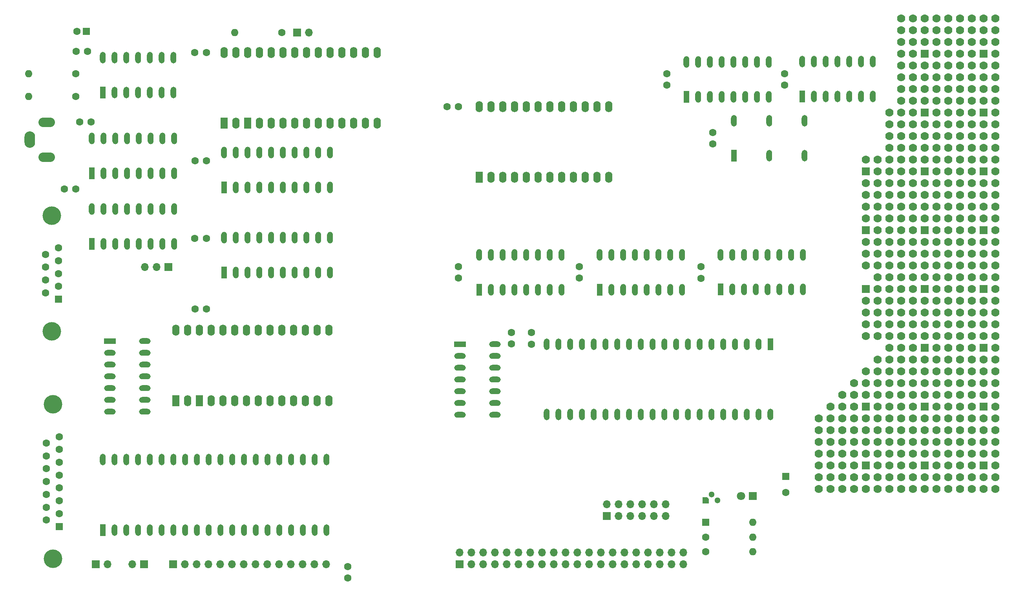
<source format=gts>
G04 #@! TF.GenerationSoftware,KiCad,Pcbnew,(7.99.0-363-gaf7eb36925)*
G04 #@! TF.CreationDate,2023-03-17T22:26:00-06:00*
G04 #@! TF.ProjectId,FennecVTI,46656e6e-6563-4565-9449-2e6b69636164,rev?*
G04 #@! TF.SameCoordinates,Original*
G04 #@! TF.FileFunction,Soldermask,Top*
G04 #@! TF.FilePolarity,Negative*
%FSLAX46Y46*%
G04 Gerber Fmt 4.6, Leading zero omitted, Abs format (unit mm)*
G04 Created by KiCad (PCBNEW (7.99.0-363-gaf7eb36925)) date 2023-03-17 22:26:00*
%MOMM*%
%LPD*%
G01*
G04 APERTURE LIST*
G04 Aperture macros list*
%AMOutline5P*
0 Free polygon, 5 corners , with rotation*
0 The origin of the aperture is its center*
0 number of corners: always 5*
0 $1 to $10 corner X, Y*
0 $11 Rotation angle, in degrees counterclockwise*
0 create outline with 5 corners*
4,1,5,$1,$2,$3,$4,$5,$6,$7,$8,$9,$10,$1,$2,$11*%
%AMOutline6P*
0 Free polygon, 6 corners , with rotation*
0 The origin of the aperture is its center*
0 number of corners: always 6*
0 $1 to $12 corner X, Y*
0 $13 Rotation angle, in degrees counterclockwise*
0 create outline with 6 corners*
4,1,6,$1,$2,$3,$4,$5,$6,$7,$8,$9,$10,$11,$12,$1,$2,$13*%
%AMOutline7P*
0 Free polygon, 7 corners , with rotation*
0 The origin of the aperture is its center*
0 number of corners: always 7*
0 $1 to $14 corner X, Y*
0 $15 Rotation angle, in degrees counterclockwise*
0 create outline with 7 corners*
4,1,7,$1,$2,$3,$4,$5,$6,$7,$8,$9,$10,$11,$12,$13,$14,$1,$2,$15*%
%AMOutline8P*
0 Free polygon, 8 corners , with rotation*
0 The origin of the aperture is its center*
0 number of corners: always 8*
0 $1 to $16 corner X, Y*
0 $17 Rotation angle, in degrees counterclockwise*
0 create outline with 8 corners*
4,1,8,$1,$2,$3,$4,$5,$6,$7,$8,$9,$10,$11,$12,$13,$14,$15,$16,$1,$2,$17*%
G04 Aperture macros list end*
%ADD10Outline5P,-0.650000X0.650000X0.325000X0.650000X0.650000X0.325000X0.650000X-0.650000X-0.650000X-0.650000X0.000000*%
%ADD11C,1.300000*%
%ADD12O,1.600000X2.400000*%
%ADD13R,1.600000X2.400000*%
%ADD14R,1.700000X1.700000*%
%ADD15O,1.700000X1.700000*%
%ADD16R,1.778000X1.778000*%
%ADD17C,1.778000*%
%ADD18C,4.000000*%
%ADD19R,1.600000X1.600000*%
%ADD20C,1.600000*%
%ADD21R,1.270000X2.540000*%
%ADD22O,1.270000X2.540000*%
%ADD23R,1.270000X2.500000*%
%ADD24O,1.270000X2.500000*%
%ADD25O,1.600000X1.600000*%
%ADD26R,2.500000X1.270000*%
%ADD27O,2.500000X1.270000*%
%ADD28R,1.800000X1.800000*%
%ADD29C,1.800000*%
%ADD30O,3.556000X2.032000*%
%ADD31O,2.286000X3.556000*%
G04 APERTURE END LIST*
D10*
X187706000Y-134091000D03*
D11*
X188976000Y-132821000D03*
X190246000Y-134091000D03*
D12*
X73406000Y-97282000D03*
X75946000Y-97282000D03*
X78486000Y-97282000D03*
X81026000Y-97282000D03*
X83566000Y-97282000D03*
X86106000Y-97282000D03*
X88646000Y-97282000D03*
X91186000Y-97282000D03*
X93726000Y-97282000D03*
X96266000Y-97282000D03*
X98806000Y-97282000D03*
X101346000Y-97282000D03*
X103886000Y-97282000D03*
X106426000Y-97282000D03*
X106426000Y-112522000D03*
X103886000Y-112522000D03*
X101346000Y-112522000D03*
X98806000Y-112522000D03*
X96266000Y-112522000D03*
X93726000Y-112522000D03*
X91186000Y-112522000D03*
X88646000Y-112522000D03*
X86106000Y-112522000D03*
X83566000Y-112522000D03*
X81026000Y-112522000D03*
D13*
X78486000Y-112522000D03*
D12*
X75946000Y-112522000D03*
D13*
X73406000Y-112522000D03*
X78486000Y-112527000D03*
D12*
X81026000Y-112527000D03*
X83566000Y-112527000D03*
X86106000Y-112527000D03*
X88646000Y-112527000D03*
X91186000Y-112527000D03*
X93726000Y-112527000D03*
X96266000Y-112527000D03*
X98806000Y-112527000D03*
X101346000Y-112527000D03*
X103886000Y-112527000D03*
X106426000Y-112527000D03*
X106426000Y-97287000D03*
X103886000Y-97287000D03*
X101346000Y-97287000D03*
X98806000Y-97287000D03*
X96266000Y-97287000D03*
X93726000Y-97287000D03*
X91186000Y-97287000D03*
X88646000Y-97287000D03*
X86106000Y-97287000D03*
X83566000Y-97287000D03*
X81026000Y-97287000D03*
X78486000Y-97287000D03*
D14*
X72771000Y-147828000D03*
D15*
X75311000Y-147828000D03*
X77851000Y-147828000D03*
X80391000Y-147828000D03*
X82931000Y-147828000D03*
X85471000Y-147828000D03*
X88011000Y-147828000D03*
X90551000Y-147828000D03*
X93091000Y-147828000D03*
X95631000Y-147828000D03*
X98171000Y-147828000D03*
X100711000Y-147828000D03*
X103251000Y-147828000D03*
X105791000Y-147828000D03*
D16*
X247650000Y-50292000D03*
D17*
X247650000Y-52832000D03*
X247650000Y-55372000D03*
X247650000Y-57912000D03*
X247650000Y-60452000D03*
X250190000Y-50292000D03*
X250190000Y-52832000D03*
X250190000Y-55372000D03*
X250190000Y-57912000D03*
X250190000Y-60452000D03*
X229870000Y-29972000D03*
X229870000Y-32512000D03*
X229870000Y-35052000D03*
X232410000Y-29972000D03*
X232410000Y-32512000D03*
X232410000Y-35052000D03*
D18*
X46650331Y-72600000D03*
X46650331Y-97600000D03*
D19*
X48070331Y-90640000D03*
D20*
X48070331Y-87870000D03*
X48070331Y-85100000D03*
X48070331Y-82330000D03*
X48070331Y-79560000D03*
X45230331Y-89255000D03*
X45230331Y-86485000D03*
X45230331Y-83715000D03*
X45230331Y-80945000D03*
D16*
X234950000Y-113792000D03*
D17*
X234950000Y-116332000D03*
X234950000Y-118872000D03*
X234950000Y-121412000D03*
X234950000Y-123952000D03*
X237490000Y-113792000D03*
X237490000Y-116332000D03*
X237490000Y-118872000D03*
X237490000Y-121412000D03*
X237490000Y-123952000D03*
X240030000Y-113792000D03*
X240030000Y-116332000D03*
X240030000Y-118872000D03*
X240030000Y-121412000D03*
X240030000Y-123952000D03*
X242570000Y-113792000D03*
X242570000Y-116332000D03*
X242570000Y-118872000D03*
X242570000Y-121412000D03*
X242570000Y-123952000D03*
X245110000Y-113792000D03*
X245110000Y-116332000D03*
X245110000Y-118872000D03*
X245110000Y-121412000D03*
X245110000Y-123952000D03*
D16*
X247650000Y-101092000D03*
D17*
X247650000Y-103632000D03*
X247650000Y-106172000D03*
X247650000Y-108712000D03*
X247650000Y-111252000D03*
X250190000Y-101092000D03*
X250190000Y-103632000D03*
X250190000Y-106172000D03*
X250190000Y-108712000D03*
X250190000Y-111252000D03*
X212090000Y-116332000D03*
X212090000Y-118872000D03*
X212090000Y-121412000D03*
X212090000Y-123952000D03*
X214630000Y-113792000D03*
X214630000Y-116332000D03*
X214630000Y-118872000D03*
X214630000Y-121412000D03*
X214630000Y-123952000D03*
X217170000Y-113792000D03*
X217170000Y-116332000D03*
X217170000Y-118872000D03*
X217170000Y-121412000D03*
X217170000Y-123952000D03*
X219710000Y-113792000D03*
X219710000Y-116332000D03*
X219710000Y-118872000D03*
X219710000Y-121412000D03*
X219710000Y-123952000D03*
D20*
X186690000Y-83606000D03*
X186690000Y-86106000D03*
D17*
X229870000Y-37592000D03*
X229870000Y-40132000D03*
X229870000Y-42672000D03*
X229870000Y-45212000D03*
X229870000Y-47752000D03*
X232410000Y-37592000D03*
X232410000Y-40132000D03*
X232410000Y-42672000D03*
X232410000Y-45212000D03*
X232410000Y-47752000D03*
D16*
X222250000Y-62992000D03*
D17*
X222250000Y-65532000D03*
X222250000Y-68072000D03*
X222250000Y-70612000D03*
X222250000Y-73152000D03*
X224790000Y-62992000D03*
X224790000Y-65532000D03*
X224790000Y-68072000D03*
X224790000Y-70612000D03*
X224790000Y-73152000D03*
X227330000Y-62992000D03*
X227330000Y-65532000D03*
X227330000Y-68072000D03*
X227330000Y-70612000D03*
X227330000Y-73152000D03*
X229870000Y-62992000D03*
X229870000Y-65532000D03*
X229870000Y-68072000D03*
X229870000Y-70612000D03*
X229870000Y-73152000D03*
X232410000Y-62992000D03*
X232410000Y-65532000D03*
X232410000Y-68072000D03*
X232410000Y-70612000D03*
X232410000Y-73152000D03*
D21*
X83820000Y-66498000D03*
D22*
X86360000Y-66498000D03*
X88900000Y-66498000D03*
X91440000Y-66498000D03*
X93980000Y-66498000D03*
X96520000Y-66498000D03*
X99060000Y-66498000D03*
X101600000Y-66498000D03*
X104140000Y-66498000D03*
X106680000Y-66498000D03*
X106680000Y-58978000D03*
X104140000Y-58978000D03*
X101600000Y-58978000D03*
X99060000Y-58978000D03*
X96520000Y-58978000D03*
X93980000Y-58978000D03*
X91440000Y-58978000D03*
X88900000Y-58978000D03*
X86360000Y-58978000D03*
X83820000Y-58978000D03*
D23*
X193802000Y-59640000D03*
D24*
X201422000Y-59640000D03*
X209042000Y-59640000D03*
X201422000Y-52120000D03*
X209042000Y-52120000D03*
X193802000Y-52120000D03*
D16*
X234950000Y-88392000D03*
D17*
X234950000Y-90932000D03*
X234950000Y-93472000D03*
X234950000Y-96012000D03*
X234950000Y-98552000D03*
X237490000Y-88392000D03*
X237490000Y-90932000D03*
X237490000Y-93472000D03*
X237490000Y-96012000D03*
X237490000Y-98552000D03*
X240030000Y-88392000D03*
X240030000Y-90932000D03*
X240030000Y-93472000D03*
X240030000Y-96012000D03*
X240030000Y-98552000D03*
X242570000Y-88392000D03*
X242570000Y-90932000D03*
X242570000Y-93472000D03*
X242570000Y-96012000D03*
X242570000Y-98552000D03*
X245110000Y-88392000D03*
X245110000Y-90932000D03*
X245110000Y-93472000D03*
X245110000Y-96012000D03*
X245110000Y-98552000D03*
D21*
X83820000Y-84836000D03*
D22*
X86360000Y-84836000D03*
X88900000Y-84836000D03*
X91440000Y-84836000D03*
X93980000Y-84836000D03*
X96520000Y-84836000D03*
X99060000Y-84836000D03*
X101600000Y-84836000D03*
X104140000Y-84836000D03*
X106680000Y-84836000D03*
X106680000Y-77316000D03*
X104140000Y-77316000D03*
X101600000Y-77316000D03*
X99060000Y-77316000D03*
X96520000Y-77316000D03*
X93980000Y-77316000D03*
X91440000Y-77316000D03*
X88900000Y-77316000D03*
X86360000Y-77316000D03*
X83820000Y-77316000D03*
D23*
X201676000Y-100350000D03*
D24*
X199136000Y-100350000D03*
X196596000Y-100350000D03*
X194056000Y-100350000D03*
X191516000Y-100350000D03*
X188976000Y-100350000D03*
X186436000Y-100350000D03*
X183896000Y-100350000D03*
X181356000Y-100350000D03*
X178816000Y-100350000D03*
X176276000Y-100350000D03*
X173736000Y-100350000D03*
X171196000Y-100350000D03*
X168656000Y-100350000D03*
X166116000Y-100350000D03*
X163576000Y-100350000D03*
X161036000Y-100350000D03*
X158496000Y-100350000D03*
X155956000Y-100350000D03*
X153416000Y-100350000D03*
X153416000Y-115550000D03*
X155956000Y-115550000D03*
X158496000Y-115550000D03*
X161036000Y-115550000D03*
X163576000Y-115550000D03*
X166116000Y-115550000D03*
X168656000Y-115550000D03*
X171196000Y-115550000D03*
X173736000Y-115550000D03*
X176276000Y-115550000D03*
X178816000Y-115550000D03*
X181356000Y-115550000D03*
X183896000Y-115550000D03*
X186436000Y-115550000D03*
X188976000Y-115550000D03*
X191516000Y-115550000D03*
X194056000Y-115550000D03*
X196596000Y-115550000D03*
X199136000Y-115550000D03*
X201676000Y-115550000D03*
D20*
X187706000Y-141986000D03*
D25*
X197866000Y-141986000D03*
D20*
X51816000Y-41910000D03*
D25*
X41656000Y-41910000D03*
D16*
X222250000Y-88392000D03*
D17*
X222250000Y-90932000D03*
X222250000Y-93472000D03*
X222250000Y-96012000D03*
X222250000Y-98552000D03*
X224790000Y-88392000D03*
X224790000Y-90932000D03*
X224790000Y-93472000D03*
X224790000Y-96012000D03*
X224790000Y-98552000D03*
X227330000Y-88392000D03*
X227330000Y-90932000D03*
X227330000Y-93472000D03*
X227330000Y-96012000D03*
X227330000Y-98552000D03*
X229870000Y-88392000D03*
X229870000Y-90932000D03*
X229870000Y-93472000D03*
X229870000Y-96012000D03*
X229870000Y-98552000D03*
X232410000Y-88392000D03*
X232410000Y-90932000D03*
X232410000Y-93472000D03*
X232410000Y-96012000D03*
X232410000Y-98552000D03*
D20*
X96266000Y-33020000D03*
D25*
X86106000Y-33020000D03*
D19*
X204978000Y-128903349D03*
D20*
X204978000Y-132403349D03*
D13*
X88895000Y-52578000D03*
D12*
X91435000Y-52578000D03*
X93975000Y-52578000D03*
X96515000Y-52578000D03*
X99055000Y-52578000D03*
X101595000Y-52578000D03*
X104135000Y-52578000D03*
X106675000Y-52578000D03*
X109215000Y-52578000D03*
X111755000Y-52578000D03*
X114295000Y-52578000D03*
X116835000Y-52578000D03*
X116835000Y-37338000D03*
X114295000Y-37338000D03*
X111755000Y-37338000D03*
X109215000Y-37338000D03*
X106675000Y-37338000D03*
X104135000Y-37338000D03*
X101595000Y-37338000D03*
X99055000Y-37338000D03*
X96515000Y-37338000D03*
X93975000Y-37338000D03*
X91435000Y-37338000D03*
X88895000Y-37338000D03*
D20*
X79990000Y-60706000D03*
X77490000Y-60706000D03*
X54336000Y-37084000D03*
X51836000Y-37084000D03*
D16*
X234950000Y-101092000D03*
D17*
X234950000Y-103632000D03*
X234950000Y-106172000D03*
X234950000Y-108712000D03*
X234950000Y-111252000D03*
X237490000Y-101092000D03*
X237490000Y-103632000D03*
X237490000Y-106172000D03*
X237490000Y-108712000D03*
X237490000Y-111252000D03*
X240030000Y-101092000D03*
X240030000Y-103632000D03*
X240030000Y-106172000D03*
X240030000Y-108712000D03*
X240030000Y-111252000D03*
X242570000Y-101092000D03*
X242570000Y-103632000D03*
X242570000Y-106172000D03*
X242570000Y-108712000D03*
X242570000Y-111252000D03*
X245110000Y-101092000D03*
X245110000Y-103632000D03*
X245110000Y-106172000D03*
X245110000Y-108712000D03*
X245110000Y-111252000D03*
D14*
X71740000Y-83693000D03*
D15*
X69200000Y-83693000D03*
X66660000Y-83693000D03*
D26*
X134670000Y-100330000D03*
D27*
X134670000Y-102870000D03*
X134670000Y-105410000D03*
X134670000Y-107950000D03*
X134670000Y-110490000D03*
X134670000Y-113030000D03*
X134670000Y-115570000D03*
X142190000Y-115570000D03*
X142190000Y-113030000D03*
X142190000Y-110490000D03*
X142190000Y-107950000D03*
X142190000Y-105410000D03*
X142190000Y-102870000D03*
X142190000Y-100330000D03*
D16*
X247650000Y-62992000D03*
D17*
X247650000Y-65532000D03*
X247650000Y-68072000D03*
X247650000Y-70612000D03*
X247650000Y-73152000D03*
X250190000Y-62992000D03*
X250190000Y-65532000D03*
X250190000Y-68072000D03*
X250190000Y-70612000D03*
X250190000Y-73152000D03*
D21*
X190881000Y-88546000D03*
D22*
X193421000Y-88546000D03*
X195961000Y-88546000D03*
X198501000Y-88546000D03*
X201041000Y-88546000D03*
X203581000Y-88546000D03*
X206121000Y-88546000D03*
X208661000Y-88546000D03*
X208661000Y-81026000D03*
X206121000Y-81026000D03*
X203581000Y-81026000D03*
X201041000Y-81026000D03*
X198501000Y-81026000D03*
X195961000Y-81026000D03*
X193421000Y-81026000D03*
X190881000Y-81026000D03*
D16*
X247650000Y-75692000D03*
D17*
X247650000Y-78232000D03*
X247650000Y-80772000D03*
X247650000Y-83312000D03*
X247650000Y-85852000D03*
X250190000Y-75692000D03*
X250190000Y-78232000D03*
X250190000Y-80772000D03*
X250190000Y-83312000D03*
X250190000Y-85852000D03*
D14*
X166370000Y-137414000D03*
D15*
X166370000Y-134874000D03*
X168910000Y-137414000D03*
X168910000Y-134874000D03*
X171450000Y-137414000D03*
X171450000Y-134874000D03*
X173990000Y-137414000D03*
X173990000Y-134874000D03*
X176530000Y-137414000D03*
X176530000Y-134874000D03*
X179070000Y-137414000D03*
X179070000Y-134874000D03*
D28*
X197871000Y-133096000D03*
D29*
X195331000Y-133096000D03*
D20*
X110490000Y-148356000D03*
X110490000Y-150856000D03*
D18*
X46840000Y-113355000D03*
X46840000Y-146655000D03*
D19*
X48260000Y-139700000D03*
D20*
X48260000Y-136930000D03*
X48260000Y-134160000D03*
X48260000Y-131390000D03*
X48260000Y-128620000D03*
X48260000Y-125850000D03*
X48260000Y-123080000D03*
X48260000Y-120310000D03*
X45420000Y-138315000D03*
X45420000Y-135545000D03*
X45420000Y-132775000D03*
X45420000Y-130005000D03*
X45420000Y-127235000D03*
X45420000Y-124465000D03*
X45420000Y-121695000D03*
X79970000Y-77470000D03*
X77470000Y-77470000D03*
D23*
X57658000Y-45974000D03*
D24*
X60198000Y-45974000D03*
X62738000Y-45974000D03*
X65278000Y-45974000D03*
X67818000Y-45974000D03*
X70358000Y-45974000D03*
X72898000Y-45974000D03*
X72898000Y-38454000D03*
X70358000Y-38454000D03*
X67818000Y-38454000D03*
X65278000Y-38454000D03*
X62738000Y-38454000D03*
X60198000Y-38454000D03*
X57658000Y-38454000D03*
D17*
X217170000Y-111252000D03*
X219710000Y-108712000D03*
X219710000Y-111252000D03*
D16*
X234950000Y-126492000D03*
D17*
X234950000Y-129032000D03*
X234950000Y-131572000D03*
X237490000Y-126492000D03*
X237490000Y-129032000D03*
X237490000Y-131572000D03*
X240030000Y-126492000D03*
X240030000Y-129032000D03*
X240030000Y-131572000D03*
X242570000Y-126492000D03*
X242570000Y-129032000D03*
X242570000Y-131572000D03*
X245110000Y-126492000D03*
X245110000Y-129032000D03*
X245110000Y-131572000D03*
D20*
X204724000Y-41914000D03*
X204724000Y-44414000D03*
X134366000Y-83566000D03*
X134366000Y-86066000D03*
D23*
X57658000Y-140462000D03*
D24*
X60198000Y-140462000D03*
X62738000Y-140462000D03*
X65278000Y-140462000D03*
X67818000Y-140462000D03*
X70358000Y-140462000D03*
X72898000Y-140462000D03*
X75438000Y-140462000D03*
X77978000Y-140462000D03*
X80518000Y-140462000D03*
X83058000Y-140462000D03*
X85598000Y-140462000D03*
X88138000Y-140462000D03*
X90678000Y-140462000D03*
X93218000Y-140462000D03*
X95758000Y-140462000D03*
X98298000Y-140462000D03*
X100838000Y-140462000D03*
X103378000Y-140462000D03*
X105918000Y-140462000D03*
X105918000Y-125262000D03*
X103378000Y-125262000D03*
X100838000Y-125262000D03*
X98298000Y-125262000D03*
X95758000Y-125262000D03*
X93218000Y-125262000D03*
X90678000Y-125262000D03*
X88138000Y-125262000D03*
X85598000Y-125262000D03*
X83058000Y-125262000D03*
X80518000Y-125262000D03*
X77978000Y-125262000D03*
X75438000Y-125262000D03*
X72898000Y-125262000D03*
X70358000Y-125262000D03*
X67818000Y-125262000D03*
X65278000Y-125262000D03*
X62738000Y-125262000D03*
X60198000Y-125262000D03*
X57658000Y-125262000D03*
D19*
X187706000Y-138811000D03*
D25*
X197866000Y-138811000D03*
D14*
X56129000Y-147828000D03*
D15*
X58669000Y-147828000D03*
D14*
X99568000Y-33020000D03*
D15*
X102108000Y-33020000D03*
D20*
X160401000Y-83566000D03*
X160401000Y-86066000D03*
D21*
X138811000Y-88596000D03*
D22*
X141351000Y-88596000D03*
X143891000Y-88596000D03*
X146431000Y-88596000D03*
X148971000Y-88596000D03*
X151511000Y-88596000D03*
X154051000Y-88596000D03*
X156591000Y-88596000D03*
X156591000Y-81076000D03*
X154051000Y-81076000D03*
X151511000Y-81076000D03*
X148971000Y-81076000D03*
X146431000Y-81076000D03*
X143891000Y-81076000D03*
X141351000Y-81076000D03*
X138811000Y-81076000D03*
D20*
X145796000Y-100310000D03*
X145796000Y-97810000D03*
D14*
X66548000Y-147828000D03*
D15*
X64008000Y-147828000D03*
D20*
X187706000Y-145161000D03*
D25*
X197866000Y-145161000D03*
D13*
X138811000Y-64262000D03*
D12*
X141351000Y-64262000D03*
X143891000Y-64262000D03*
X146431000Y-64262000D03*
X148971000Y-64262000D03*
X151511000Y-64262000D03*
X154051000Y-64262000D03*
X156591000Y-64262000D03*
X159131000Y-64262000D03*
X161671000Y-64262000D03*
X164211000Y-64262000D03*
X166751000Y-64262000D03*
X166751000Y-49022000D03*
X164211000Y-49022000D03*
X161671000Y-49022000D03*
X159131000Y-49022000D03*
X156591000Y-49022000D03*
X154051000Y-49022000D03*
X151511000Y-49022000D03*
X148971000Y-49022000D03*
X146431000Y-49022000D03*
X143891000Y-49022000D03*
X141351000Y-49022000D03*
X138811000Y-49022000D03*
D16*
X222250000Y-126492000D03*
D17*
X222250000Y-129032000D03*
X222250000Y-131572000D03*
X224790000Y-126492000D03*
X224790000Y-129032000D03*
X224790000Y-131572000D03*
X227330000Y-126492000D03*
X227330000Y-129032000D03*
X227330000Y-131572000D03*
X229870000Y-126492000D03*
X229870000Y-129032000D03*
X229870000Y-131572000D03*
X232410000Y-126492000D03*
X232410000Y-129032000D03*
X232410000Y-131572000D03*
D21*
X164846000Y-88596000D03*
D22*
X167386000Y-88596000D03*
X169926000Y-88596000D03*
X172466000Y-88596000D03*
X175006000Y-88596000D03*
X177546000Y-88596000D03*
X180086000Y-88596000D03*
X182626000Y-88596000D03*
X182626000Y-81076000D03*
X180086000Y-81076000D03*
X177546000Y-81076000D03*
X175006000Y-81076000D03*
X172466000Y-81076000D03*
X169926000Y-81076000D03*
X167386000Y-81076000D03*
X164846000Y-81076000D03*
D20*
X80010000Y-92710000D03*
X77510000Y-92710000D03*
D16*
X234950000Y-75692000D03*
D17*
X234950000Y-78232000D03*
X234950000Y-80772000D03*
X234950000Y-83312000D03*
X234950000Y-85852000D03*
X237490000Y-75692000D03*
X237490000Y-78232000D03*
X237490000Y-80772000D03*
X237490000Y-83312000D03*
X237490000Y-85852000D03*
X240030000Y-75692000D03*
X240030000Y-78232000D03*
X240030000Y-80772000D03*
X240030000Y-83312000D03*
X240030000Y-85852000D03*
X242570000Y-75692000D03*
X242570000Y-78232000D03*
X242570000Y-80772000D03*
X242570000Y-83312000D03*
X242570000Y-85852000D03*
X245110000Y-75692000D03*
X245110000Y-78232000D03*
X245110000Y-80772000D03*
X245110000Y-83312000D03*
X245110000Y-85852000D03*
D20*
X189230000Y-54630000D03*
X189230000Y-57130000D03*
D16*
X234950000Y-50292000D03*
D17*
X234950000Y-52832000D03*
X234950000Y-55372000D03*
X234950000Y-57912000D03*
X234950000Y-60452000D03*
X237490000Y-50292000D03*
X237490000Y-52832000D03*
X237490000Y-55372000D03*
X237490000Y-57912000D03*
X237490000Y-60452000D03*
X240030000Y-50292000D03*
X240030000Y-52832000D03*
X240030000Y-55372000D03*
X240030000Y-57912000D03*
X240030000Y-60452000D03*
X242570000Y-50292000D03*
X242570000Y-52832000D03*
X242570000Y-55372000D03*
X242570000Y-57912000D03*
X242570000Y-60452000D03*
X245110000Y-50292000D03*
X245110000Y-52832000D03*
X245110000Y-55372000D03*
X245110000Y-57912000D03*
X245110000Y-60452000D03*
X212090000Y-126492000D03*
X212090000Y-129032000D03*
X212090000Y-131572000D03*
X214630000Y-126492000D03*
X214630000Y-129032000D03*
X214630000Y-131572000D03*
X217170000Y-126492000D03*
X217170000Y-129032000D03*
X217170000Y-131572000D03*
X219710000Y-126492000D03*
X219710000Y-129032000D03*
X219710000Y-131572000D03*
D13*
X83805000Y-52578000D03*
D12*
X86345000Y-52578000D03*
X88885000Y-52578000D03*
X91425000Y-52578000D03*
X93965000Y-52578000D03*
X96505000Y-52578000D03*
X99045000Y-52578000D03*
X101585000Y-52578000D03*
X104125000Y-52578000D03*
X106665000Y-52578000D03*
X109205000Y-52578000D03*
X111745000Y-52578000D03*
X114285000Y-52578000D03*
X116825000Y-52578000D03*
X116825000Y-37338000D03*
X114285000Y-37338000D03*
X111745000Y-37338000D03*
X109205000Y-37338000D03*
X106665000Y-37338000D03*
X104125000Y-37338000D03*
X101585000Y-37338000D03*
X99045000Y-37338000D03*
X96505000Y-37338000D03*
X93965000Y-37338000D03*
X91425000Y-37338000D03*
X88885000Y-37338000D03*
X86345000Y-37338000D03*
X83805000Y-37338000D03*
D20*
X51796000Y-66802000D03*
X49296000Y-66802000D03*
D14*
X134620000Y-147833004D03*
D15*
X134620000Y-145293004D03*
X137160000Y-147833004D03*
X137160000Y-145293004D03*
X139700000Y-147833004D03*
X139700000Y-145293004D03*
X142240000Y-147833004D03*
X142240000Y-145293004D03*
X144780000Y-147833004D03*
X144780000Y-145293004D03*
X147320000Y-147833004D03*
X147320000Y-145293004D03*
X149860000Y-147833004D03*
X149860000Y-145293004D03*
X152400000Y-147833004D03*
X152400000Y-145293004D03*
X154940000Y-147833004D03*
X154940000Y-145293004D03*
X157480000Y-147833004D03*
X157480000Y-145293004D03*
X160020000Y-147833004D03*
X160020000Y-145293004D03*
X162560000Y-147833004D03*
X162560000Y-145293004D03*
X165100000Y-147833004D03*
X165100000Y-145293004D03*
X167640000Y-147833004D03*
X167640000Y-145293004D03*
X170180000Y-147833004D03*
X170180000Y-145293004D03*
X172720000Y-147833004D03*
X172720000Y-145293004D03*
X175260000Y-147833004D03*
X175260000Y-145293004D03*
X177800000Y-147833004D03*
X177800000Y-145293004D03*
X180340000Y-147833004D03*
X180340000Y-145293004D03*
X182880000Y-147833004D03*
X182880000Y-145293004D03*
D21*
X55245000Y-78690000D03*
D22*
X57785000Y-78690000D03*
X60325000Y-78690000D03*
X62865000Y-78690000D03*
X65405000Y-78690000D03*
X67945000Y-78690000D03*
X70485000Y-78690000D03*
X73025000Y-78690000D03*
X73025000Y-71170000D03*
X70485000Y-71170000D03*
X67945000Y-71170000D03*
X65405000Y-71170000D03*
X62865000Y-71170000D03*
X60325000Y-71170000D03*
X57785000Y-71170000D03*
X55245000Y-71170000D03*
D20*
X51816000Y-46863000D03*
D25*
X41656000Y-46863000D03*
D16*
X234950000Y-62992000D03*
D17*
X234950000Y-65532000D03*
X234950000Y-68072000D03*
X234950000Y-70612000D03*
X234950000Y-73152000D03*
X237490000Y-62992000D03*
X237490000Y-65532000D03*
X237490000Y-68072000D03*
X237490000Y-70612000D03*
X237490000Y-73152000D03*
X240030000Y-62992000D03*
X240030000Y-65532000D03*
X240030000Y-68072000D03*
X240030000Y-70612000D03*
X240030000Y-73152000D03*
X242570000Y-62992000D03*
X242570000Y-65532000D03*
X242570000Y-68072000D03*
X242570000Y-70612000D03*
X242570000Y-73152000D03*
X245110000Y-62992000D03*
X245110000Y-65532000D03*
X245110000Y-68072000D03*
X245110000Y-70612000D03*
X245110000Y-73152000D03*
D27*
X66675000Y-99695000D03*
X66675000Y-102235000D03*
X66675000Y-104775000D03*
X66675000Y-107315000D03*
X66675000Y-109855000D03*
X66675000Y-112395000D03*
X66675000Y-114935000D03*
X59155000Y-114935000D03*
X59155000Y-112395000D03*
X59155000Y-109855000D03*
X59155000Y-107315000D03*
X59155000Y-104775000D03*
X59155000Y-102235000D03*
D26*
X59155000Y-99695000D03*
D16*
X247650000Y-37592000D03*
D17*
X247650000Y-40132000D03*
X247650000Y-42672000D03*
X247650000Y-45212000D03*
X247650000Y-47752000D03*
X250190000Y-37592000D03*
X250190000Y-40132000D03*
X250190000Y-42672000D03*
X250190000Y-45212000D03*
X250190000Y-47752000D03*
X222250000Y-106172000D03*
X222250000Y-108712000D03*
X222250000Y-111252000D03*
X224790000Y-103632000D03*
X224790000Y-106172000D03*
X224790000Y-108712000D03*
X224790000Y-111252000D03*
X227330000Y-101092000D03*
X227330000Y-103632000D03*
X227330000Y-106172000D03*
X227330000Y-108712000D03*
X227330000Y-111252000D03*
X229870000Y-101092000D03*
X229870000Y-103632000D03*
X229870000Y-106172000D03*
X229870000Y-108712000D03*
X229870000Y-111252000D03*
X232410000Y-101092000D03*
X232410000Y-103632000D03*
X232410000Y-106172000D03*
X232410000Y-108712000D03*
X232410000Y-111252000D03*
X234950000Y-29972000D03*
X234950000Y-32512000D03*
X234950000Y-35052000D03*
X237490000Y-29972000D03*
X237490000Y-32512000D03*
X237490000Y-35052000D03*
X240030000Y-29972000D03*
X240030000Y-32512000D03*
X240030000Y-35052000D03*
X242570000Y-29972000D03*
X242570000Y-32512000D03*
X242570000Y-35052000D03*
X245110000Y-29972000D03*
X245110000Y-32512000D03*
X245110000Y-35052000D03*
D16*
X247650000Y-113792000D03*
D17*
X247650000Y-116332000D03*
X247650000Y-118872000D03*
X247650000Y-121412000D03*
X247650000Y-123952000D03*
X250190000Y-113792000D03*
X250190000Y-116332000D03*
X250190000Y-118872000D03*
X250190000Y-121412000D03*
X250190000Y-123952000D03*
D16*
X247650000Y-126492000D03*
D17*
X247650000Y-129032000D03*
X247650000Y-131572000D03*
X250190000Y-126492000D03*
X250190000Y-129032000D03*
X250190000Y-131572000D03*
D30*
X45550000Y-52455000D03*
X45550000Y-59955000D03*
D31*
X41850000Y-56205000D03*
D20*
X134366000Y-49022000D03*
X131866000Y-49022000D03*
X179324000Y-41930000D03*
X179324000Y-44430000D03*
D16*
X247650000Y-88392000D03*
D17*
X247650000Y-90932000D03*
X247650000Y-93472000D03*
X247650000Y-96012000D03*
X247650000Y-98552000D03*
X250190000Y-88392000D03*
X250190000Y-90932000D03*
X250190000Y-93472000D03*
X250190000Y-96012000D03*
X250190000Y-98552000D03*
D21*
X183488500Y-46940000D03*
D22*
X186028500Y-46940000D03*
X188568500Y-46940000D03*
X191108500Y-46940000D03*
X193648500Y-46940000D03*
X196188500Y-46940000D03*
X198728500Y-46940000D03*
X201268500Y-46940000D03*
X201268500Y-39420000D03*
X198728500Y-39420000D03*
X196188500Y-39420000D03*
X193648500Y-39420000D03*
X191108500Y-39420000D03*
X188568500Y-39420000D03*
X186028500Y-39420000D03*
X183488500Y-39420000D03*
D16*
X222250000Y-113792000D03*
D17*
X222250000Y-116332000D03*
X222250000Y-118872000D03*
X222250000Y-121412000D03*
X222250000Y-123952000D03*
X224790000Y-113792000D03*
X224790000Y-116332000D03*
X224790000Y-118872000D03*
X224790000Y-121412000D03*
X224790000Y-123952000D03*
X227330000Y-113792000D03*
X227330000Y-116332000D03*
X227330000Y-118872000D03*
X227330000Y-121412000D03*
X227330000Y-123952000D03*
X229870000Y-113792000D03*
X229870000Y-116332000D03*
X229870000Y-118872000D03*
X229870000Y-121412000D03*
X229870000Y-123952000D03*
X232410000Y-113792000D03*
X232410000Y-116332000D03*
X232410000Y-118872000D03*
X232410000Y-121412000D03*
X232410000Y-123952000D03*
X247650000Y-29972000D03*
X247650000Y-32512000D03*
X247650000Y-35052000D03*
X250190000Y-29972000D03*
X250190000Y-32512000D03*
X250190000Y-35052000D03*
D16*
X222250000Y-75692000D03*
D17*
X222250000Y-78232000D03*
X222250000Y-80772000D03*
X222250000Y-83312000D03*
X224790000Y-75692000D03*
X224790000Y-78232000D03*
X224790000Y-80772000D03*
X224790000Y-83312000D03*
X224790000Y-85852000D03*
X227330000Y-75692000D03*
X227330000Y-78232000D03*
X227330000Y-80772000D03*
X227330000Y-83312000D03*
X227330000Y-85852000D03*
X229870000Y-75692000D03*
X229870000Y-78232000D03*
X229870000Y-80772000D03*
X229870000Y-83312000D03*
X229870000Y-85852000D03*
X232410000Y-75692000D03*
X232410000Y-78232000D03*
X232410000Y-80772000D03*
X232410000Y-83312000D03*
X232410000Y-85852000D03*
D21*
X55245000Y-63450000D03*
D22*
X57785000Y-63450000D03*
X60325000Y-63450000D03*
X62865000Y-63450000D03*
X65405000Y-63450000D03*
X67945000Y-63450000D03*
X70485000Y-63450000D03*
X73025000Y-63450000D03*
X73025000Y-55930000D03*
X70485000Y-55930000D03*
X67945000Y-55930000D03*
X65405000Y-55930000D03*
X62865000Y-55930000D03*
X60325000Y-55930000D03*
X57785000Y-55930000D03*
X55245000Y-55930000D03*
D20*
X79970000Y-37338000D03*
X77470000Y-37338000D03*
X150114000Y-100350000D03*
X150114000Y-97850000D03*
D17*
X222250000Y-60452000D03*
X224790000Y-60452000D03*
X227330000Y-50292000D03*
X227330000Y-52832000D03*
X227330000Y-55372000D03*
X227330000Y-57912000D03*
X227330000Y-60452000D03*
X229870000Y-50292000D03*
X229870000Y-52832000D03*
X229870000Y-55372000D03*
X229870000Y-57912000D03*
X229870000Y-60452000D03*
X232410000Y-50292000D03*
X232410000Y-52832000D03*
X232410000Y-55372000D03*
X232410000Y-57912000D03*
X232410000Y-60452000D03*
D20*
X55098000Y-52324000D03*
X52598000Y-52324000D03*
D23*
X208512500Y-46817000D03*
D24*
X211052500Y-46817000D03*
X213592500Y-46817000D03*
X216132500Y-46817000D03*
X218672500Y-46817000D03*
X221212500Y-46817000D03*
X223752500Y-46817000D03*
X223752500Y-39297000D03*
X221212500Y-39297000D03*
X218672500Y-39297000D03*
X216132500Y-39297000D03*
X213592500Y-39297000D03*
X211052500Y-39297000D03*
X208512500Y-39297000D03*
D19*
X54041113Y-32766000D03*
D20*
X52041113Y-32766000D03*
D16*
X234950000Y-37592000D03*
D17*
X234950000Y-40132000D03*
X234950000Y-42672000D03*
X234950000Y-45212000D03*
X234950000Y-47752000D03*
X237490000Y-37592000D03*
X237490000Y-40132000D03*
X237490000Y-42672000D03*
X237490000Y-45212000D03*
X237490000Y-47752000D03*
X240030000Y-37592000D03*
X240030000Y-40132000D03*
X240030000Y-42672000D03*
X240030000Y-45212000D03*
X240030000Y-47752000D03*
X242570000Y-37592000D03*
X242570000Y-40132000D03*
X242570000Y-42672000D03*
X242570000Y-45212000D03*
X242570000Y-47752000D03*
X245110000Y-37592000D03*
X245110000Y-40132000D03*
X245110000Y-42672000D03*
X245110000Y-45212000D03*
X245110000Y-47752000D03*
M02*

</source>
